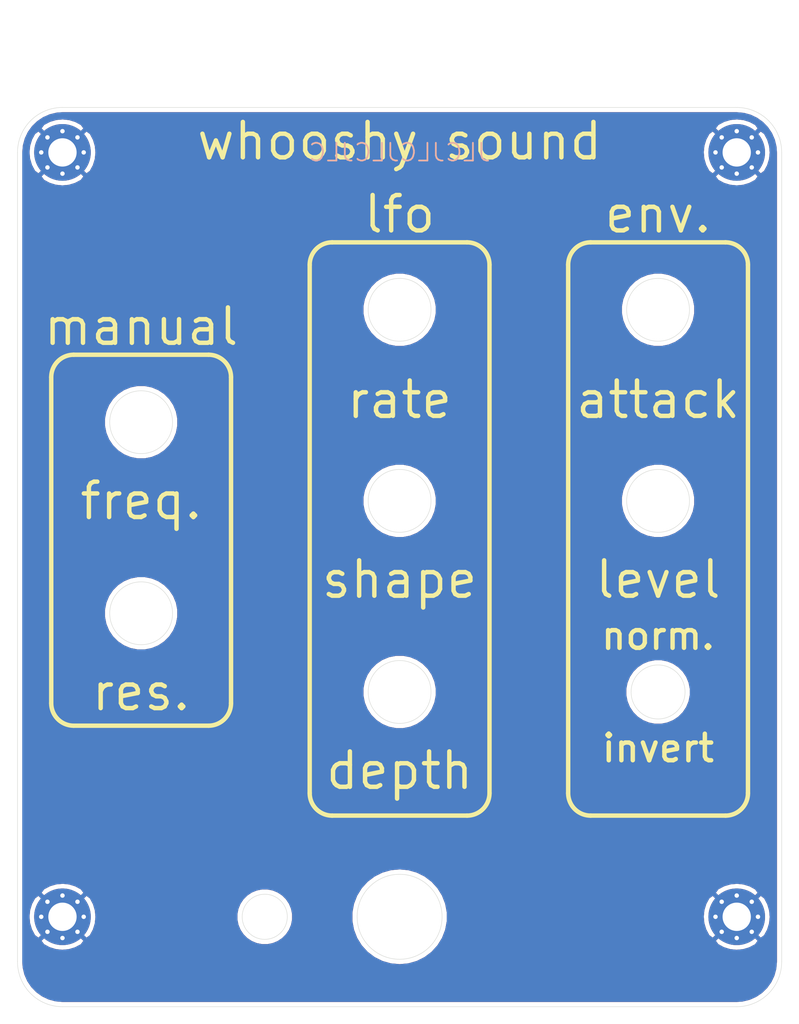
<source format=kicad_pcb>
(kicad_pcb (version 20171130) (host pcbnew 5.1.10-88a1d61d58~88~ubuntu20.04.1)

  (general
    (thickness 1.6)
    (drawings 75)
    (tracks 0)
    (zones 0)
    (modules 4)
    (nets 2)
  )

  (page A4)
  (title_block
    (title "Whooshy Sound front panel")
    (date 2021-06-18)
    (rev 0)
    (comment 1 creativecommons.org/licenses/by/4.0/)
    (comment 2 "License: CC by 4.0")
    (comment 3 "Author: Jordan Aceto")
  )

  (layers
    (0 F.Cu signal hide)
    (31 B.Cu signal hide)
    (32 B.Adhes user)
    (33 F.Adhes user)
    (34 B.Paste user)
    (35 F.Paste user)
    (36 B.SilkS user)
    (37 F.SilkS user)
    (38 B.Mask user)
    (39 F.Mask user)
    (40 Dwgs.User user)
    (41 Cmts.User user)
    (42 Eco1.User user)
    (43 Eco2.User user)
    (44 Edge.Cuts user)
    (45 Margin user)
    (46 B.CrtYd user)
    (47 F.CrtYd user)
    (48 B.Fab user hide)
    (49 F.Fab user hide)
  )

  (setup
    (last_trace_width 0.25)
    (user_trace_width 0.3)
    (user_trace_width 0.4)
    (user_trace_width 0.5)
    (user_trace_width 1)
    (trace_clearance 0.2)
    (zone_clearance 0.508)
    (zone_45_only no)
    (trace_min 0.2)
    (via_size 0.8)
    (via_drill 0.4)
    (via_min_size 0.4)
    (via_min_drill 0.3)
    (user_via 1 0.8)
    (uvia_size 0.3)
    (uvia_drill 0.1)
    (uvias_allowed no)
    (uvia_min_size 0.2)
    (uvia_min_drill 0.1)
    (edge_width 0.05)
    (segment_width 0.2)
    (pcb_text_width 0.3)
    (pcb_text_size 1.5 1.5)
    (mod_edge_width 0.12)
    (mod_text_size 1 1)
    (mod_text_width 0.15)
    (pad_size 0.8 0.8)
    (pad_drill 0.5)
    (pad_to_mask_clearance 0.05)
    (aux_axis_origin 0 0)
    (visible_elements FFFFFF7F)
    (pcbplotparams
      (layerselection 0x010f0_ffffffff)
      (usegerberextensions false)
      (usegerberattributes true)
      (usegerberadvancedattributes true)
      (creategerberjobfile false)
      (excludeedgelayer true)
      (linewidth 0.100000)
      (plotframeref false)
      (viasonmask false)
      (mode 1)
      (useauxorigin false)
      (hpglpennumber 1)
      (hpglpenspeed 20)
      (hpglpendiameter 15.000000)
      (psnegative false)
      (psa4output false)
      (plotreference true)
      (plotvalue true)
      (plotinvisibletext false)
      (padsonsilk false)
      (subtractmaskfromsilk false)
      (outputformat 1)
      (mirror false)
      (drillshape 0)
      (scaleselection 1)
      (outputdirectory "../construction_docs/gerbers/"))
  )

  (net 0 "")
  (net 1 GND)

  (net_class Default "This is the default net class."
    (clearance 0.2)
    (trace_width 0.25)
    (via_dia 0.8)
    (via_drill 0.4)
    (uvia_dia 0.3)
    (uvia_drill 0.1)
    (add_net GND)
  )

  (module MountingHole:MountingHole_3.2mm_M3_Pad_Via (layer F.Cu) (tedit 60CD08A5) (tstamp 60CD08B5)
    (at 154.94 40.64)
    (descr "Mounting Hole 3.2mm, M3")
    (tags "mounting hole 3.2mm m3")
    (path /5F201A9A)
    (attr virtual)
    (fp_text reference H1 (at 0 -4.2) (layer F.SilkS) hide
      (effects (font (size 1 1) (thickness 0.15)))
    )
    (fp_text value MountingHole_Pad (at 0 4.2) (layer F.Fab)
      (effects (font (size 1 1) (thickness 0.15)))
    )
    (fp_circle (center 0 0) (end 3.45 0) (layer F.CrtYd) (width 0.05))
    (fp_circle (center 0 0) (end 3.2 0) (layer Cmts.User) (width 0.15))
    (fp_text user %R (at 0.3 0) (layer F.Fab)
      (effects (font (size 1 1) (thickness 0.15)))
    )
    (pad 1 thru_hole circle (at 0 0) (size 6.4 6.4) (drill 3.2) (layers *.Cu *.Mask)
      (net 1 GND))
    (pad 1 thru_hole circle (at 2.4 0) (size 0.8 0.8) (drill 0.5) (layers *.Cu *.Mask)
      (net 1 GND))
    (pad 1 thru_hole circle (at 1.697056 1.697056) (size 0.8 0.8) (drill 0.5) (layers *.Cu *.Mask)
      (net 1 GND))
    (pad 1 thru_hole circle (at 0 2.4) (size 0.8 0.8) (drill 0.5) (layers *.Cu *.Mask)
      (net 1 GND))
    (pad 1 thru_hole circle (at -1.697056 1.697056) (size 0.8 0.8) (drill 0.5) (layers *.Cu *.Mask)
      (net 1 GND))
    (pad 1 thru_hole circle (at -2.4 0) (size 0.8 0.8) (drill 0.5) (layers *.Cu *.Mask)
      (net 1 GND))
    (pad 1 thru_hole circle (at -1.697056 -1.697056) (size 0.8 0.8) (drill 0.5) (layers *.Cu *.Mask)
      (net 1 GND))
    (pad 1 thru_hole circle (at 0 -2.4) (size 0.8 0.8) (drill 0.5) (layers *.Cu *.Mask)
      (net 1 GND))
    (pad 1 thru_hole circle (at 1.697056 -1.697056) (size 0.8 0.8) (drill 0.5) (layers *.Cu *.Mask)
      (net 1 GND))
  )

  (module MountingHole:MountingHole_3.2mm_M3_Pad_Via (layer F.Cu) (tedit 60CD0871) (tstamp 60CD08B5)
    (at 78.74 40.64)
    (descr "Mounting Hole 3.2mm, M3")
    (tags "mounting hole 3.2mm m3")
    (path /5F201A9A)
    (attr virtual)
    (fp_text reference H1 (at 0 -4.2) (layer F.SilkS) hide
      (effects (font (size 1 1) (thickness 0.15)))
    )
    (fp_text value MountingHole_Pad (at 0 4.2) (layer F.Fab)
      (effects (font (size 1 1) (thickness 0.15)))
    )
    (fp_circle (center 0 0) (end 3.45 0) (layer F.CrtYd) (width 0.05))
    (fp_circle (center 0 0) (end 3.2 0) (layer Cmts.User) (width 0.15))
    (fp_text user %R (at 0.3 0) (layer F.Fab)
      (effects (font (size 1 1) (thickness 0.15)))
    )
    (pad 1 thru_hole circle (at 0 0) (size 6.4 6.4) (drill 3.2) (layers *.Cu *.Mask)
      (net 1 GND))
    (pad 1 thru_hole circle (at 2.4 0) (size 0.8 0.8) (drill 0.5) (layers *.Cu *.Mask)
      (net 1 GND))
    (pad 1 thru_hole circle (at 1.697056 1.697056) (size 0.8 0.8) (drill 0.5) (layers *.Cu *.Mask)
      (net 1 GND))
    (pad 1 thru_hole circle (at 0 2.4) (size 0.8 0.8) (drill 0.5) (layers *.Cu *.Mask)
      (net 1 GND))
    (pad 1 thru_hole circle (at -1.697056 1.697056) (size 0.8 0.8) (drill 0.5) (layers *.Cu *.Mask)
      (net 1 GND))
    (pad 1 thru_hole circle (at -2.4 0) (size 0.8 0.8) (drill 0.5) (layers *.Cu *.Mask)
      (net 1 GND))
    (pad 1 thru_hole circle (at -1.697056 -1.697056) (size 0.8 0.8) (drill 0.5) (layers *.Cu *.Mask)
      (net 1 GND))
    (pad 1 thru_hole circle (at 0 -2.4) (size 0.8 0.8) (drill 0.5) (layers *.Cu *.Mask)
      (net 1 GND))
    (pad 1 thru_hole circle (at 1.697056 -1.697056) (size 0.8 0.8) (drill 0.5) (layers *.Cu *.Mask)
      (net 1 GND))
  )

  (module MountingHole:MountingHole_3.2mm_M3_Pad_Via (layer F.Cu) (tedit 56DDBCCA) (tstamp 60CCFD8F)
    (at 154.94 127)
    (descr "Mounting Hole 3.2mm, M3")
    (tags "mounting hole 3.2mm m3")
    (path /5F20120B)
    (attr virtual)
    (fp_text reference H2 (at 0 -4.2) (layer F.SilkS) hide
      (effects (font (size 1 1) (thickness 0.15)))
    )
    (fp_text value MountingHole_Pad (at 0 4.2) (layer F.Fab)
      (effects (font (size 1 1) (thickness 0.15)))
    )
    (fp_circle (center 0 0) (end 3.45 0) (layer F.CrtYd) (width 0.05))
    (fp_circle (center 0 0) (end 3.2 0) (layer Cmts.User) (width 0.15))
    (fp_text user %R (at 0.3 0) (layer F.Fab)
      (effects (font (size 1 1) (thickness 0.15)))
    )
    (pad 1 thru_hole circle (at 1.697056 -1.697056) (size 0.8 0.8) (drill 0.5) (layers *.Cu *.Mask)
      (net 1 GND))
    (pad 1 thru_hole circle (at 0 -2.4) (size 0.8 0.8) (drill 0.5) (layers *.Cu *.Mask)
      (net 1 GND))
    (pad 1 thru_hole circle (at -1.697056 -1.697056) (size 0.8 0.8) (drill 0.5) (layers *.Cu *.Mask)
      (net 1 GND))
    (pad 1 thru_hole circle (at -2.4 0) (size 0.8 0.8) (drill 0.5) (layers *.Cu *.Mask)
      (net 1 GND))
    (pad 1 thru_hole circle (at -1.697056 1.697056) (size 0.8 0.8) (drill 0.5) (layers *.Cu *.Mask)
      (net 1 GND))
    (pad 1 thru_hole circle (at 0 2.4) (size 0.8 0.8) (drill 0.5) (layers *.Cu *.Mask)
      (net 1 GND))
    (pad 1 thru_hole circle (at 1.697056 1.697056) (size 0.8 0.8) (drill 0.5) (layers *.Cu *.Mask)
      (net 1 GND))
    (pad 1 thru_hole circle (at 2.4 0) (size 0.8 0.8) (drill 0.5) (layers *.Cu *.Mask)
      (net 1 GND))
    (pad 1 thru_hole circle (at 0 0) (size 6.4 6.4) (drill 3.2) (layers *.Cu *.Mask)
      (net 1 GND))
  )

  (module MountingHole:MountingHole_3.2mm_M3_Pad_Via (layer F.Cu) (tedit 56DDBCCA) (tstamp 5F201FA8)
    (at 78.74 127)
    (descr "Mounting Hole 3.2mm, M3")
    (tags "mounting hole 3.2mm m3")
    (path /5F201A9A)
    (attr virtual)
    (fp_text reference H1 (at 0 -4.2) (layer F.SilkS) hide
      (effects (font (size 1 1) (thickness 0.15)))
    )
    (fp_text value MountingHole_Pad (at 0 4.2) (layer F.Fab)
      (effects (font (size 1 1) (thickness 0.15)))
    )
    (fp_circle (center 0 0) (end 3.45 0) (layer F.CrtYd) (width 0.05))
    (fp_circle (center 0 0) (end 3.2 0) (layer Cmts.User) (width 0.15))
    (fp_text user %R (at 0.3 0) (layer F.Fab)
      (effects (font (size 1 1) (thickness 0.15)))
    )
    (pad 1 thru_hole circle (at 1.697056 -1.697056) (size 0.8 0.8) (drill 0.5) (layers *.Cu *.Mask)
      (net 1 GND))
    (pad 1 thru_hole circle (at 0 -2.4) (size 0.8 0.8) (drill 0.5) (layers *.Cu *.Mask)
      (net 1 GND))
    (pad 1 thru_hole circle (at -1.697056 -1.697056) (size 0.8 0.8) (drill 0.5) (layers *.Cu *.Mask)
      (net 1 GND))
    (pad 1 thru_hole circle (at -2.4 0) (size 0.8 0.8) (drill 0.5) (layers *.Cu *.Mask)
      (net 1 GND))
    (pad 1 thru_hole circle (at -1.697056 1.697056) (size 0.8 0.8) (drill 0.5) (layers *.Cu *.Mask)
      (net 1 GND))
    (pad 1 thru_hole circle (at 0 2.4) (size 0.8 0.8) (drill 0.5) (layers *.Cu *.Mask)
      (net 1 GND))
    (pad 1 thru_hole circle (at 1.697056 1.697056) (size 0.8 0.8) (drill 0.5) (layers *.Cu *.Mask)
      (net 1 GND))
    (pad 1 thru_hole circle (at 2.4 0) (size 0.8 0.8) (drill 0.5) (layers *.Cu *.Mask)
      (net 1 GND))
    (pad 1 thru_hole circle (at 0 0) (size 6.4 6.4) (drill 3.2) (layers *.Cu *.Mask)
      (net 1 GND))
  )

  (gr_arc (start 159.385 26.035) (end 161.925 26.035) (angle -90) (layer Dwgs.User) (width 0.15) (tstamp 60CD313B))
  (gr_arc (start 159.385 136.525) (end 159.385 139.065) (angle -90) (layer Dwgs.User) (width 0.15) (tstamp 60CD313B))
  (gr_arc (start 74.295 136.525) (end 71.755 136.525) (angle -90) (layer Dwgs.User) (width 0.15) (tstamp 60CD313B))
  (gr_arc (start 74.295 26.035) (end 74.295 23.495) (angle -90) (layer Dwgs.User) (width 0.15))
  (gr_line (start 74.295 139.065) (end 159.385 139.065) (layer Dwgs.User) (width 0.15) (tstamp 60CD3114))
  (gr_line (start 71.755 26.035) (end 71.755 136.525) (layer Dwgs.User) (width 0.15))
  (gr_line (start 161.925 26.035) (end 161.925 136.525) (layer Dwgs.User) (width 0.15))
  (gr_line (start 74.295 23.495) (end 159.385 23.495) (layer Dwgs.User) (width 0.15))
  (gr_circle (center 116.84 127) (end 126.84 127) (layer Dwgs.User) (width 0.15))
  (gr_circle (center 101.6 127) (end 104.15 127) (layer Edge.Cuts) (width 0.05))
  (gr_circle (center 116.84 127) (end 121.64 127) (layer Edge.Cuts) (width 0.05))
  (gr_text norm. (at 146.05 95.25) (layer F.SilkS) (tstamp 60CD06C2)
    (effects (font (size 3 3) (thickness 0.5)))
  )
  (gr_text manual (at 87.63 60.325) (layer F.SilkS) (tstamp 60CD0502)
    (effects (font (size 4 4) (thickness 0.5)))
  )
  (gr_text invert (at 146.05 107.95) (layer F.SilkS) (tstamp 60CD03A9)
    (effects (font (size 3 3) (thickness 0.5)))
  )
  (gr_text env. (at 146.05 47.625) (layer F.SilkS) (tstamp 60CD023A)
    (effects (font (size 4 4) (thickness 0.5)))
  )
  (gr_text lfo (at 116.84 47.625) (layer F.SilkS) (tstamp 60CD023A)
    (effects (font (size 4 4) (thickness 0.5)))
  )
  (gr_arc (start 109.22 113.03) (end 106.68 113.03) (angle -90) (layer F.SilkS) (width 0.5) (tstamp 60CD00D6))
  (gr_line (start 106.68 113.03) (end 106.68 53.34) (layer F.SilkS) (width 0.5) (tstamp 60CD00D5))
  (gr_arc (start 124.46 53.34) (end 127 53.34) (angle -90) (layer F.SilkS) (width 0.5) (tstamp 60CD00D4))
  (gr_arc (start 109.22 53.34) (end 109.22 50.8) (angle -90) (layer F.SilkS) (width 0.5) (tstamp 60CD00D3))
  (gr_line (start 109.22 50.8) (end 124.46 50.8) (layer F.SilkS) (width 0.5) (tstamp 60CD00D2))
  (gr_line (start 109.22 115.57) (end 109.22 115.57) (layer F.SilkS) (width 0.12) (tstamp 60CD00D1))
  (gr_line (start 127 53.34) (end 127 113.03) (layer F.SilkS) (width 0.5) (tstamp 60CD00D0))
  (gr_arc (start 124.46 113.03) (end 124.46 115.57) (angle -90) (layer F.SilkS) (width 0.5) (tstamp 60CD00CF))
  (gr_line (start 124.46 115.57) (end 109.22 115.57) (layer F.SilkS) (width 0.5) (tstamp 60CD00CE))
  (gr_arc (start 138.43 113.03) (end 135.89 113.03) (angle -90) (layer F.SilkS) (width 0.5) (tstamp 60CD00D6))
  (gr_line (start 135.89 113.03) (end 135.89 53.34) (layer F.SilkS) (width 0.5) (tstamp 60CD00D5))
  (gr_arc (start 153.67 53.34) (end 156.21 53.34) (angle -90) (layer F.SilkS) (width 0.5) (tstamp 60CD00D4))
  (gr_arc (start 138.43 53.34) (end 138.43 50.8) (angle -90) (layer F.SilkS) (width 0.5) (tstamp 60CD00D3))
  (gr_line (start 138.43 50.8) (end 153.67 50.8) (layer F.SilkS) (width 0.5) (tstamp 60CD00D2))
  (gr_line (start 138.43 115.57) (end 138.43 115.57) (layer F.SilkS) (width 0.12) (tstamp 60CD00D1))
  (gr_line (start 156.21 53.34) (end 156.21 113.03) (layer F.SilkS) (width 0.5) (tstamp 60CD00D0))
  (gr_arc (start 153.67 113.03) (end 153.67 115.57) (angle -90) (layer F.SilkS) (width 0.5) (tstamp 60CD00CF))
  (gr_line (start 153.67 115.57) (end 138.43 115.57) (layer F.SilkS) (width 0.5) (tstamp 60CD00CE))
  (gr_arc (start 80.01 102.87) (end 77.47 102.87) (angle -90) (layer F.SilkS) (width 0.5) (tstamp 60CD00D6))
  (gr_line (start 77.47 102.87) (end 77.47 66.04) (layer F.SilkS) (width 0.5) (tstamp 60CD00D5))
  (gr_arc (start 95.25 66.04) (end 97.79 66.04) (angle -90) (layer F.SilkS) (width 0.5) (tstamp 60CD00D4))
  (gr_arc (start 80.01 66.04) (end 80.01 63.5) (angle -90) (layer F.SilkS) (width 0.5) (tstamp 60CD00D3))
  (gr_line (start 80.01 63.5) (end 95.25 63.5) (layer F.SilkS) (width 0.5) (tstamp 60CD00D2))
  (gr_line (start 97.79 66.04) (end 97.79 102.87) (layer F.SilkS) (width 0.5) (tstamp 60CD00D0))
  (gr_arc (start 95.25 102.87) (end 95.25 105.41) (angle -90) (layer F.SilkS) (width 0.5) (tstamp 60CD00CF))
  (gr_line (start 95.25 105.41) (end 80.01 105.41) (layer F.SilkS) (width 0.5) (tstamp 60CD00CE))
  (gr_text depth (at 116.84 110.49) (layer F.SilkS) (tstamp 60CCFEC0)
    (effects (font (size 4 4) (thickness 0.5)))
  )
  (gr_text shape (at 116.84 88.9) (layer F.SilkS) (tstamp 60CCFEC0)
    (effects (font (size 4 4) (thickness 0.5)))
  )
  (gr_text level (at 146.05 88.9) (layer F.SilkS) (tstamp 60CCFEC0)
    (effects (font (size 4 4) (thickness 0.5)))
  )
  (gr_text res. (at 87.63 101.6) (layer F.SilkS) (tstamp 60CCFE8B)
    (effects (font (size 4 4) (thickness 0.5)))
  )
  (gr_circle (center 116.84 101.6) (end 123.34 101.6) (layer Dwgs.User) (width 0.15) (tstamp 60CCFA57))
  (gr_circle (center 116.84 101.6) (end 120.39 101.6) (layer Edge.Cuts) (width 0.05) (tstamp 60CCFA56))
  (gr_circle (center 87.63 92.71) (end 94.13 92.71) (layer Dwgs.User) (width 0.15) (tstamp 60CCFA57))
  (gr_circle (center 87.63 92.71) (end 91.18 92.71) (layer Edge.Cuts) (width 0.05) (tstamp 60CCFA56))
  (gr_circle (center 146.05 101.6) (end 150.05 101.6) (layer Dwgs.User) (width 0.15) (tstamp 60CCFA57))
  (gr_circle (center 146.05 101.6) (end 149.1 101.6) (layer Edge.Cuts) (width 0.05) (tstamp 60CCFA56))
  (gr_circle (center 146.05 80.01) (end 152.55 80.01) (layer Dwgs.User) (width 0.15) (tstamp 60CCFA57))
  (gr_circle (center 146.05 80.01) (end 149.6 80.01) (layer Edge.Cuts) (width 0.05) (tstamp 60CCFA56))
  (gr_circle (center 116.84 80.01) (end 123.34 80.01) (layer Dwgs.User) (width 0.15) (tstamp 60CCFA57))
  (gr_circle (center 116.84 80.01) (end 120.39 80.01) (layer Edge.Cuts) (width 0.05) (tstamp 60CCFA56))
  (gr_text JLCJLCJLCJLC (at 116.84 40.64) (layer B.SilkS)
    (effects (font (size 2 2) (thickness 0.2)) (justify mirror))
  )
  (gr_text "whooshy sound" (at 116.84 39.37) (layer F.SilkS) (tstamp 5F20221D)
    (effects (font (size 4 4) (thickness 0.5)))
  )
  (gr_text attack (at 146.05 68.58) (layer F.SilkS)
    (effects (font (size 4 4) (thickness 0.5)))
  )
  (gr_text rate (at 116.84 68.58) (layer F.SilkS) (tstamp 60CD31DB)
    (effects (font (size 4 4) (thickness 0.5)))
  )
  (gr_text freq. (at 87.63 80.01) (layer F.SilkS)
    (effects (font (size 4 4) (thickness 0.5)))
  )
  (gr_circle (center 87.63 71.12) (end 94.13 71.12) (layer Dwgs.User) (width 0.15) (tstamp 5F20212B))
  (gr_circle (center 116.84 58.42) (end 123.34 58.42) (layer Dwgs.User) (width 0.15) (tstamp 5F20212B))
  (gr_circle (center 146.05 58.42) (end 152.55 58.42) (layer Dwgs.User) (width 0.15))
  (gr_circle (center 87.63 71.12) (end 91.18 71.12) (layer Edge.Cuts) (width 0.05) (tstamp 5F20209A))
  (gr_circle (center 116.84 58.42) (end 120.39 58.42) (layer Edge.Cuts) (width 0.05) (tstamp 5F20209A))
  (gr_circle (center 146.05 58.42) (end 149.6 58.42) (layer Edge.Cuts) (width 0.05))
  (gr_arc (start 154.94 40.64) (end 160.02 40.64) (angle -90) (layer Edge.Cuts) (width 0.05))
  (gr_arc (start 154.94 132.08) (end 154.94 137.16) (angle -90) (layer Edge.Cuts) (width 0.05))
  (gr_arc (start 78.74 132.08) (end 73.66 132.08) (angle -90) (layer Edge.Cuts) (width 0.05))
  (gr_arc (start 78.74 40.64) (end 78.74 35.56) (angle -90) (layer Edge.Cuts) (width 0.05))
  (gr_line (start 154.94 35.56) (end 78.74 35.56) (layer Edge.Cuts) (width 0.05) (tstamp 5F202127))
  (gr_line (start 160.02 132.08) (end 160.02 40.64) (layer Edge.Cuts) (width 0.05))
  (gr_line (start 78.74 137.16) (end 154.94 137.16) (layer Edge.Cuts) (width 0.05))
  (gr_line (start 73.66 40.64) (end 73.66 132.08) (layer Edge.Cuts) (width 0.05))

  (zone (net 1) (net_name GND) (layer F.Cu) (tstamp 5F21EF36) (hatch edge 0.508)
    (connect_pads (clearance 0.508))
    (min_thickness 0.254)
    (fill yes (arc_segments 32) (thermal_gap 0.508) (thermal_bridge_width 0.508))
    (polygon
      (pts
        (xy 162.56 139.7) (xy 71.12 139.7) (xy 71.12 33.02) (xy 162.56 33.02)
      )
    )
    (filled_polygon
      (pts
        (xy 155.722249 36.292437) (xy 156.479774 36.499672) (xy 157.188625 36.837777) (xy 157.826404 37.296067) (xy 158.372946 37.860055)
        (xy 158.810977 38.511913) (xy 159.126651 39.231038) (xy 159.311206 39.999768) (xy 159.360001 40.664221) (xy 159.36 132.050608)
        (xy 159.287563 132.862249) (xy 159.080328 133.619774) (xy 158.742221 134.328627) (xy 158.283928 134.96641) (xy 157.719945 135.512946)
        (xy 157.068085 135.950978) (xy 156.348963 136.266651) (xy 155.580232 136.451206) (xy 154.915792 136.5) (xy 78.769392 136.5)
        (xy 77.957751 136.427563) (xy 77.200226 136.220328) (xy 76.491373 135.882221) (xy 75.85359 135.423928) (xy 75.307054 134.859945)
        (xy 74.869022 134.208085) (xy 74.553349 133.488963) (xy 74.368794 132.720232) (xy 74.32 132.055792) (xy 74.32 129.700881)
        (xy 76.218724 129.700881) (xy 76.578912 130.190548) (xy 77.242882 130.550849) (xy 77.964385 130.774694) (xy 78.715695 130.85348)
        (xy 79.467938 130.784178) (xy 80.192208 130.569452) (xy 80.86067 130.217555) (xy 80.901088 130.190548) (xy 81.261276 129.700881)
        (xy 78.74 127.179605) (xy 76.218724 129.700881) (xy 74.32 129.700881) (xy 74.32 126.975695) (xy 74.88652 126.975695)
        (xy 74.955822 127.727938) (xy 75.170548 128.452208) (xy 75.522445 129.12067) (xy 75.549452 129.161088) (xy 76.039119 129.521276)
        (xy 78.560395 127) (xy 78.919605 127) (xy 81.440881 129.521276) (xy 81.930548 129.161088) (xy 82.290849 128.497118)
        (xy 82.514694 127.775615) (xy 82.59348 127.024305) (xy 82.562074 126.683405) (xy 98.385553 126.683405) (xy 98.385553 127.316595)
        (xy 98.509083 127.93762) (xy 98.751394 128.522611) (xy 99.103176 129.04909) (xy 99.55091 129.496824) (xy 100.077389 129.848606)
        (xy 100.66238 130.090917) (xy 101.283405 130.214447) (xy 101.916595 130.214447) (xy 102.53762 130.090917) (xy 103.122611 129.848606)
        (xy 103.64909 129.496824) (xy 104.096824 129.04909) (xy 104.448606 128.522611) (xy 104.690917 127.93762) (xy 104.814447 127.316595)
        (xy 104.814447 126.683405) (xy 104.776846 126.494369) (xy 111.383377 126.494369) (xy 111.383377 127.505631) (xy 111.569195 128.499673)
        (xy 111.934505 129.442646) (xy 112.466866 130.302438) (xy 113.148148 131.049769) (xy 113.955152 131.65919) (xy 114.860396 132.109948)
        (xy 115.833053 132.386693) (xy 116.84 132.48) (xy 117.846947 132.386693) (xy 118.819604 132.109948) (xy 119.724848 131.65919)
        (xy 120.531852 131.049769) (xy 121.213134 130.302438) (xy 121.585602 129.700881) (xy 152.418724 129.700881) (xy 152.778912 130.190548)
        (xy 153.442882 130.550849) (xy 154.164385 130.774694) (xy 154.915695 130.85348) (xy 155.667938 130.784178) (xy 156.392208 130.569452)
        (xy 157.06067 130.217555) (xy 157.101088 130.190548) (xy 157.461276 129.700881) (xy 154.94 127.179605) (xy 152.418724 129.700881)
        (xy 121.585602 129.700881) (xy 121.745495 129.442646) (xy 122.110805 128.499673) (xy 122.296623 127.505631) (xy 122.296623 126.975695)
        (xy 151.08652 126.975695) (xy 151.155822 127.727938) (xy 151.370548 128.452208) (xy 151.722445 129.12067) (xy 151.749452 129.161088)
        (xy 152.239119 129.521276) (xy 154.760395 127) (xy 155.119605 127) (xy 157.640881 129.521276) (xy 158.130548 129.161088)
        (xy 158.490849 128.497118) (xy 158.714694 127.775615) (xy 158.79348 127.024305) (xy 158.724178 126.272062) (xy 158.509452 125.547792)
        (xy 158.157555 124.87933) (xy 158.130548 124.838912) (xy 157.640881 124.478724) (xy 155.119605 127) (xy 154.760395 127)
        (xy 152.239119 124.478724) (xy 151.749452 124.838912) (xy 151.389151 125.502882) (xy 151.165306 126.224385) (xy 151.08652 126.975695)
        (xy 122.296623 126.975695) (xy 122.296623 126.494369) (xy 122.110805 125.500327) (xy 121.745495 124.557354) (xy 121.585603 124.299119)
        (xy 152.418724 124.299119) (xy 154.94 126.820395) (xy 157.461276 124.299119) (xy 157.101088 123.809452) (xy 156.437118 123.449151)
        (xy 155.715615 123.225306) (xy 154.964305 123.14652) (xy 154.212062 123.215822) (xy 153.487792 123.430548) (xy 152.81933 123.782445)
        (xy 152.778912 123.809452) (xy 152.418724 124.299119) (xy 121.585603 124.299119) (xy 121.213134 123.697562) (xy 120.531852 122.950231)
        (xy 119.724848 122.34081) (xy 118.819604 121.890052) (xy 117.846947 121.613307) (xy 116.84 121.52) (xy 115.833053 121.613307)
        (xy 114.860396 121.890052) (xy 113.955152 122.34081) (xy 113.148148 122.950231) (xy 112.466866 123.697562) (xy 111.934505 124.557354)
        (xy 111.569195 125.500327) (xy 111.383377 126.494369) (xy 104.776846 126.494369) (xy 104.690917 126.06238) (xy 104.448606 125.477389)
        (xy 104.096824 124.95091) (xy 103.64909 124.503176) (xy 103.122611 124.151394) (xy 102.53762 123.909083) (xy 101.916595 123.785553)
        (xy 101.283405 123.785553) (xy 100.66238 123.909083) (xy 100.077389 124.151394) (xy 99.55091 124.503176) (xy 99.103176 124.95091)
        (xy 98.751394 125.477389) (xy 98.509083 126.06238) (xy 98.385553 126.683405) (xy 82.562074 126.683405) (xy 82.524178 126.272062)
        (xy 82.309452 125.547792) (xy 81.957555 124.87933) (xy 81.930548 124.838912) (xy 81.440881 124.478724) (xy 78.919605 127)
        (xy 78.560395 127) (xy 76.039119 124.478724) (xy 75.549452 124.838912) (xy 75.189151 125.502882) (xy 74.965306 126.224385)
        (xy 74.88652 126.975695) (xy 74.32 126.975695) (xy 74.32 124.299119) (xy 76.218724 124.299119) (xy 78.74 126.820395)
        (xy 81.261276 124.299119) (xy 80.901088 123.809452) (xy 80.237118 123.449151) (xy 79.515615 123.225306) (xy 78.764305 123.14652)
        (xy 78.012062 123.215822) (xy 77.287792 123.430548) (xy 76.61933 123.782445) (xy 76.578912 123.809452) (xy 76.218724 124.299119)
        (xy 74.32 124.299119) (xy 74.32 101.185387) (xy 112.630369 101.185387) (xy 112.630369 102.014613) (xy 112.792142 102.827904)
        (xy 113.109473 103.594008) (xy 113.570166 104.283484) (xy 114.156516 104.869834) (xy 114.845992 105.330527) (xy 115.612096 105.647858)
        (xy 116.425387 105.809631) (xy 117.254613 105.809631) (xy 118.067904 105.647858) (xy 118.834008 105.330527) (xy 119.523484 104.869834)
        (xy 120.109834 104.283484) (xy 120.570527 103.594008) (xy 120.887858 102.827904) (xy 121.049631 102.014613) (xy 121.049631 101.234396)
        (xy 142.337961 101.234396) (xy 142.337961 101.965604) (xy 142.480613 102.682762) (xy 142.760434 103.35831) (xy 143.166671 103.966287)
        (xy 143.683713 104.483329) (xy 144.29169 104.889566) (xy 144.967238 105.169387) (xy 145.684396 105.312039) (xy 146.415604 105.312039)
        (xy 147.132762 105.169387) (xy 147.80831 104.889566) (xy 148.416287 104.483329) (xy 148.933329 103.966287) (xy 149.339566 103.35831)
        (xy 149.619387 102.682762) (xy 149.762039 101.965604) (xy 149.762039 101.234396) (xy 149.619387 100.517238) (xy 149.339566 99.84169)
        (xy 148.933329 99.233713) (xy 148.416287 98.716671) (xy 147.80831 98.310434) (xy 147.132762 98.030613) (xy 146.415604 97.887961)
        (xy 145.684396 97.887961) (xy 144.967238 98.030613) (xy 144.29169 98.310434) (xy 143.683713 98.716671) (xy 143.166671 99.233713)
        (xy 142.760434 99.84169) (xy 142.480613 100.517238) (xy 142.337961 101.234396) (xy 121.049631 101.234396) (xy 121.049631 101.185387)
        (xy 120.887858 100.372096) (xy 120.570527 99.605992) (xy 120.109834 98.916516) (xy 119.523484 98.330166) (xy 118.834008 97.869473)
        (xy 118.067904 97.552142) (xy 117.254613 97.390369) (xy 116.425387 97.390369) (xy 115.612096 97.552142) (xy 114.845992 97.869473)
        (xy 114.156516 98.330166) (xy 113.570166 98.916516) (xy 113.109473 99.605992) (xy 112.792142 100.372096) (xy 112.630369 101.185387)
        (xy 74.32 101.185387) (xy 74.32 92.295387) (xy 83.420369 92.295387) (xy 83.420369 93.124613) (xy 83.582142 93.937904)
        (xy 83.899473 94.704008) (xy 84.360166 95.393484) (xy 84.946516 95.979834) (xy 85.635992 96.440527) (xy 86.402096 96.757858)
        (xy 87.215387 96.919631) (xy 88.044613 96.919631) (xy 88.857904 96.757858) (xy 89.624008 96.440527) (xy 90.313484 95.979834)
        (xy 90.899834 95.393484) (xy 91.360527 94.704008) (xy 91.677858 93.937904) (xy 91.839631 93.124613) (xy 91.839631 92.295387)
        (xy 91.677858 91.482096) (xy 91.360527 90.715992) (xy 90.899834 90.026516) (xy 90.313484 89.440166) (xy 89.624008 88.979473)
        (xy 88.857904 88.662142) (xy 88.044613 88.500369) (xy 87.215387 88.500369) (xy 86.402096 88.662142) (xy 85.635992 88.979473)
        (xy 84.946516 89.440166) (xy 84.360166 90.026516) (xy 83.899473 90.715992) (xy 83.582142 91.482096) (xy 83.420369 92.295387)
        (xy 74.32 92.295387) (xy 74.32 79.595387) (xy 112.630369 79.595387) (xy 112.630369 80.424613) (xy 112.792142 81.237904)
        (xy 113.109473 82.004008) (xy 113.570166 82.693484) (xy 114.156516 83.279834) (xy 114.845992 83.740527) (xy 115.612096 84.057858)
        (xy 116.425387 84.219631) (xy 117.254613 84.219631) (xy 118.067904 84.057858) (xy 118.834008 83.740527) (xy 119.523484 83.279834)
        (xy 120.109834 82.693484) (xy 120.570527 82.004008) (xy 120.887858 81.237904) (xy 121.049631 80.424613) (xy 121.049631 79.595387)
        (xy 141.840369 79.595387) (xy 141.840369 80.424613) (xy 142.002142 81.237904) (xy 142.319473 82.004008) (xy 142.780166 82.693484)
        (xy 143.366516 83.279834) (xy 144.055992 83.740527) (xy 144.822096 84.057858) (xy 145.635387 84.219631) (xy 146.464613 84.219631)
        (xy 147.277904 84.057858) (xy 148.044008 83.740527) (xy 148.733484 83.279834) (xy 149.319834 82.693484) (xy 149.780527 82.004008)
        (xy 150.097858 81.237904) (xy 150.259631 80.424613) (xy 150.259631 79.595387) (xy 150.097858 78.782096) (xy 149.780527 78.015992)
        (xy 149.319834 77.326516) (xy 148.733484 76.740166) (xy 148.044008 76.279473) (xy 147.277904 75.962142) (xy 146.464613 75.800369)
        (xy 145.635387 75.800369) (xy 144.822096 75.962142) (xy 144.055992 76.279473) (xy 143.366516 76.740166) (xy 142.780166 77.326516)
        (xy 142.319473 78.015992) (xy 142.002142 78.782096) (xy 141.840369 79.595387) (xy 121.049631 79.595387) (xy 120.887858 78.782096)
        (xy 120.570527 78.015992) (xy 120.109834 77.326516) (xy 119.523484 76.740166) (xy 118.834008 76.279473) (xy 118.067904 75.962142)
        (xy 117.254613 75.800369) (xy 116.425387 75.800369) (xy 115.612096 75.962142) (xy 114.845992 76.279473) (xy 114.156516 76.740166)
        (xy 113.570166 77.326516) (xy 113.109473 78.015992) (xy 112.792142 78.782096) (xy 112.630369 79.595387) (xy 74.32 79.595387)
        (xy 74.32 70.705387) (xy 83.420369 70.705387) (xy 83.420369 71.534613) (xy 83.582142 72.347904) (xy 83.899473 73.114008)
        (xy 84.360166 73.803484) (xy 84.946516 74.389834) (xy 85.635992 74.850527) (xy 86.402096 75.167858) (xy 87.215387 75.329631)
        (xy 88.044613 75.329631) (xy 88.857904 75.167858) (xy 89.624008 74.850527) (xy 90.313484 74.389834) (xy 90.899834 73.803484)
        (xy 91.360527 73.114008) (xy 91.677858 72.347904) (xy 91.839631 71.534613) (xy 91.839631 70.705387) (xy 91.677858 69.892096)
        (xy 91.360527 69.125992) (xy 90.899834 68.436516) (xy 90.313484 67.850166) (xy 89.624008 67.389473) (xy 88.857904 67.072142)
        (xy 88.044613 66.910369) (xy 87.215387 66.910369) (xy 86.402096 67.072142) (xy 85.635992 67.389473) (xy 84.946516 67.850166)
        (xy 84.360166 68.436516) (xy 83.899473 69.125992) (xy 83.582142 69.892096) (xy 83.420369 70.705387) (xy 74.32 70.705387)
        (xy 74.32 58.005387) (xy 112.630369 58.005387) (xy 112.630369 58.834613) (xy 112.792142 59.647904) (xy 113.109473 60.414008)
        (xy 113.570166 61.103484) (xy 114.156516 61.689834) (xy 114.845992 62.150527) (xy 115.612096 62.467858) (xy 116.425387 62.629631)
        (xy 117.254613 62.629631) (xy 118.067904 62.467858) (xy 118.834008 62.150527) (xy 119.523484 61.689834) (xy 120.109834 61.103484)
        (xy 120.570527 60.414008) (xy 120.887858 59.647904) (xy 121.049631 58.834613) (xy 121.049631 58.005387) (xy 141.840369 58.005387)
        (xy 141.840369 58.834613) (xy 142.002142 59.647904) (xy 142.319473 60.414008) (xy 142.780166 61.103484) (xy 143.366516 61.689834)
        (xy 144.055992 62.150527) (xy 144.822096 62.467858) (xy 145.635387 62.629631) (xy 146.464613 62.629631) (xy 147.277904 62.467858)
        (xy 148.044008 62.150527) (xy 148.733484 61.689834) (xy 149.319834 61.103484) (xy 149.780527 60.414008) (xy 150.097858 59.647904)
        (xy 150.259631 58.834613) (xy 150.259631 58.005387) (xy 150.097858 57.192096) (xy 149.780527 56.425992) (xy 149.319834 55.736516)
        (xy 148.733484 55.150166) (xy 148.044008 54.689473) (xy 147.277904 54.372142) (xy 146.464613 54.210369) (xy 145.635387 54.210369)
        (xy 144.822096 54.372142) (xy 144.055992 54.689473) (xy 143.366516 55.150166) (xy 142.780166 55.736516) (xy 142.319473 56.425992)
        (xy 142.002142 57.192096) (xy 141.840369 58.005387) (xy 121.049631 58.005387) (xy 120.887858 57.192096) (xy 120.570527 56.425992)
        (xy 120.109834 55.736516) (xy 119.523484 55.150166) (xy 118.834008 54.689473) (xy 118.067904 54.372142) (xy 117.254613 54.210369)
        (xy 116.425387 54.210369) (xy 115.612096 54.372142) (xy 114.845992 54.689473) (xy 114.156516 55.150166) (xy 113.570166 55.736516)
        (xy 113.109473 56.425992) (xy 112.792142 57.192096) (xy 112.630369 58.005387) (xy 74.32 58.005387) (xy 74.32 43.340881)
        (xy 76.218724 43.340881) (xy 76.578912 43.830548) (xy 77.242882 44.190849) (xy 77.964385 44.414694) (xy 78.715695 44.49348)
        (xy 79.467938 44.424178) (xy 80.192208 44.209452) (xy 80.86067 43.857555) (xy 80.901088 43.830548) (xy 81.261276 43.340881)
        (xy 152.418724 43.340881) (xy 152.778912 43.830548) (xy 153.442882 44.190849) (xy 154.164385 44.414694) (xy 154.915695 44.49348)
        (xy 155.667938 44.424178) (xy 156.392208 44.209452) (xy 157.06067 43.857555) (xy 157.101088 43.830548) (xy 157.461276 43.340881)
        (xy 154.94 40.819605) (xy 152.418724 43.340881) (xy 81.261276 43.340881) (xy 78.74 40.819605) (xy 76.218724 43.340881)
        (xy 74.32 43.340881) (xy 74.32 40.669392) (xy 74.324792 40.615695) (xy 74.88652 40.615695) (xy 74.955822 41.367938)
        (xy 75.170548 42.092208) (xy 75.522445 42.76067) (xy 75.549452 42.801088) (xy 76.039119 43.161276) (xy 78.560395 40.64)
        (xy 78.919605 40.64) (xy 81.440881 43.161276) (xy 81.930548 42.801088) (xy 82.290849 42.137118) (xy 82.514694 41.415615)
        (xy 82.59348 40.664305) (xy 82.589002 40.615695) (xy 151.08652 40.615695) (xy 151.155822 41.367938) (xy 151.370548 42.092208)
        (xy 151.722445 42.76067) (xy 151.749452 42.801088) (xy 152.239119 43.161276) (xy 154.760395 40.64) (xy 155.119605 40.64)
        (xy 157.640881 43.161276) (xy 158.130548 42.801088) (xy 158.490849 42.137118) (xy 158.714694 41.415615) (xy 158.79348 40.664305)
        (xy 158.724178 39.912062) (xy 158.509452 39.187792) (xy 158.157555 38.51933) (xy 158.130548 38.478912) (xy 157.640881 38.118724)
        (xy 155.119605 40.64) (xy 154.760395 40.64) (xy 152.239119 38.118724) (xy 151.749452 38.478912) (xy 151.389151 39.142882)
        (xy 151.165306 39.864385) (xy 151.08652 40.615695) (xy 82.589002 40.615695) (xy 82.524178 39.912062) (xy 82.309452 39.187792)
        (xy 81.957555 38.51933) (xy 81.930548 38.478912) (xy 81.440881 38.118724) (xy 78.919605 40.64) (xy 78.560395 40.64)
        (xy 76.039119 38.118724) (xy 75.549452 38.478912) (xy 75.189151 39.142882) (xy 74.965306 39.864385) (xy 74.88652 40.615695)
        (xy 74.324792 40.615695) (xy 74.392437 39.857751) (xy 74.599672 39.100226) (xy 74.937777 38.391375) (xy 75.262755 37.939119)
        (xy 76.218724 37.939119) (xy 78.74 40.460395) (xy 81.261276 37.939119) (xy 152.418724 37.939119) (xy 154.94 40.460395)
        (xy 157.461276 37.939119) (xy 157.101088 37.449452) (xy 156.437118 37.089151) (xy 155.715615 36.865306) (xy 154.964305 36.78652)
        (xy 154.212062 36.855822) (xy 153.487792 37.070548) (xy 152.81933 37.422445) (xy 152.778912 37.449452) (xy 152.418724 37.939119)
        (xy 81.261276 37.939119) (xy 80.901088 37.449452) (xy 80.237118 37.089151) (xy 79.515615 36.865306) (xy 78.764305 36.78652)
        (xy 78.012062 36.855822) (xy 77.287792 37.070548) (xy 76.61933 37.422445) (xy 76.578912 37.449452) (xy 76.218724 37.939119)
        (xy 75.262755 37.939119) (xy 75.396067 37.753596) (xy 75.960055 37.207054) (xy 76.611913 36.769023) (xy 77.331038 36.453349)
        (xy 78.099768 36.268794) (xy 78.764207 36.22) (xy 154.910608 36.22)
      )
    )
  )
  (zone (net 1) (net_name GND) (layer B.Cu) (tstamp 60CD0812) (hatch edge 0.508)
    (connect_pads (clearance 0.508))
    (min_thickness 0.254)
    (fill yes (arc_segments 32) (thermal_gap 0.508) (thermal_bridge_width 0.508))
    (polygon
      (pts
        (xy 165.1 142.24) (xy 68.58 142.24) (xy 68.58 30.48) (xy 165.1 30.48)
      )
    )
    (filled_polygon
      (pts
        (xy 155.722249 36.292437) (xy 156.479774 36.499672) (xy 157.188625 36.837777) (xy 157.826404 37.296067) (xy 158.372946 37.860055)
        (xy 158.810977 38.511913) (xy 159.126651 39.231038) (xy 159.311206 39.999768) (xy 159.360001 40.664221) (xy 159.36 132.050608)
        (xy 159.287563 132.862249) (xy 159.080328 133.619774) (xy 158.742221 134.328627) (xy 158.283928 134.96641) (xy 157.719945 135.512946)
        (xy 157.068085 135.950978) (xy 156.348963 136.266651) (xy 155.580232 136.451206) (xy 154.915792 136.5) (xy 78.769392 136.5)
        (xy 77.957751 136.427563) (xy 77.200226 136.220328) (xy 76.491373 135.882221) (xy 75.85359 135.423928) (xy 75.307054 134.859945)
        (xy 74.869022 134.208085) (xy 74.553349 133.488963) (xy 74.368794 132.720232) (xy 74.32 132.055792) (xy 74.32 129.700881)
        (xy 76.218724 129.700881) (xy 76.578912 130.190548) (xy 77.242882 130.550849) (xy 77.964385 130.774694) (xy 78.715695 130.85348)
        (xy 79.467938 130.784178) (xy 80.192208 130.569452) (xy 80.86067 130.217555) (xy 80.901088 130.190548) (xy 81.261276 129.700881)
        (xy 78.74 127.179605) (xy 76.218724 129.700881) (xy 74.32 129.700881) (xy 74.32 126.975695) (xy 74.88652 126.975695)
        (xy 74.955822 127.727938) (xy 75.170548 128.452208) (xy 75.522445 129.12067) (xy 75.549452 129.161088) (xy 76.039119 129.521276)
        (xy 78.560395 127) (xy 78.919605 127) (xy 81.440881 129.521276) (xy 81.930548 129.161088) (xy 82.290849 128.497118)
        (xy 82.514694 127.775615) (xy 82.59348 127.024305) (xy 82.562074 126.683405) (xy 98.385553 126.683405) (xy 98.385553 127.316595)
        (xy 98.509083 127.93762) (xy 98.751394 128.522611) (xy 99.103176 129.04909) (xy 99.55091 129.496824) (xy 100.077389 129.848606)
        (xy 100.66238 130.090917) (xy 101.283405 130.214447) (xy 101.916595 130.214447) (xy 102.53762 130.090917) (xy 103.122611 129.848606)
        (xy 103.64909 129.496824) (xy 104.096824 129.04909) (xy 104.448606 128.522611) (xy 104.690917 127.93762) (xy 104.814447 127.316595)
        (xy 104.814447 126.683405) (xy 104.776846 126.494369) (xy 111.383377 126.494369) (xy 111.383377 127.505631) (xy 111.569195 128.499673)
        (xy 111.934505 129.442646) (xy 112.466866 130.302438) (xy 113.148148 131.049769) (xy 113.955152 131.65919) (xy 114.860396 132.109948)
        (xy 115.833053 132.386693) (xy 116.84 132.48) (xy 117.846947 132.386693) (xy 118.819604 132.109948) (xy 119.724848 131.65919)
        (xy 120.531852 131.049769) (xy 121.213134 130.302438) (xy 121.585602 129.700881) (xy 152.418724 129.700881) (xy 152.778912 130.190548)
        (xy 153.442882 130.550849) (xy 154.164385 130.774694) (xy 154.915695 130.85348) (xy 155.667938 130.784178) (xy 156.392208 130.569452)
        (xy 157.06067 130.217555) (xy 157.101088 130.190548) (xy 157.461276 129.700881) (xy 154.94 127.179605) (xy 152.418724 129.700881)
        (xy 121.585602 129.700881) (xy 121.745495 129.442646) (xy 122.110805 128.499673) (xy 122.296623 127.505631) (xy 122.296623 126.975695)
        (xy 151.08652 126.975695) (xy 151.155822 127.727938) (xy 151.370548 128.452208) (xy 151.722445 129.12067) (xy 151.749452 129.161088)
        (xy 152.239119 129.521276) (xy 154.760395 127) (xy 155.119605 127) (xy 157.640881 129.521276) (xy 158.130548 129.161088)
        (xy 158.490849 128.497118) (xy 158.714694 127.775615) (xy 158.79348 127.024305) (xy 158.724178 126.272062) (xy 158.509452 125.547792)
        (xy 158.157555 124.87933) (xy 158.130548 124.838912) (xy 157.640881 124.478724) (xy 155.119605 127) (xy 154.760395 127)
        (xy 152.239119 124.478724) (xy 151.749452 124.838912) (xy 151.389151 125.502882) (xy 151.165306 126.224385) (xy 151.08652 126.975695)
        (xy 122.296623 126.975695) (xy 122.296623 126.494369) (xy 122.110805 125.500327) (xy 121.745495 124.557354) (xy 121.585603 124.299119)
        (xy 152.418724 124.299119) (xy 154.94 126.820395) (xy 157.461276 124.299119) (xy 157.101088 123.809452) (xy 156.437118 123.449151)
        (xy 155.715615 123.225306) (xy 154.964305 123.14652) (xy 154.212062 123.215822) (xy 153.487792 123.430548) (xy 152.81933 123.782445)
        (xy 152.778912 123.809452) (xy 152.418724 124.299119) (xy 121.585603 124.299119) (xy 121.213134 123.697562) (xy 120.531852 122.950231)
        (xy 119.724848 122.34081) (xy 118.819604 121.890052) (xy 117.846947 121.613307) (xy 116.84 121.52) (xy 115.833053 121.613307)
        (xy 114.860396 121.890052) (xy 113.955152 122.34081) (xy 113.148148 122.950231) (xy 112.466866 123.697562) (xy 111.934505 124.557354)
        (xy 111.569195 125.500327) (xy 111.383377 126.494369) (xy 104.776846 126.494369) (xy 104.690917 126.06238) (xy 104.448606 125.477389)
        (xy 104.096824 124.95091) (xy 103.64909 124.503176) (xy 103.122611 124.151394) (xy 102.53762 123.909083) (xy 101.916595 123.785553)
        (xy 101.283405 123.785553) (xy 100.66238 123.909083) (xy 100.077389 124.151394) (xy 99.55091 124.503176) (xy 99.103176 124.95091)
        (xy 98.751394 125.477389) (xy 98.509083 126.06238) (xy 98.385553 126.683405) (xy 82.562074 126.683405) (xy 82.524178 126.272062)
        (xy 82.309452 125.547792) (xy 81.957555 124.87933) (xy 81.930548 124.838912) (xy 81.440881 124.478724) (xy 78.919605 127)
        (xy 78.560395 127) (xy 76.039119 124.478724) (xy 75.549452 124.838912) (xy 75.189151 125.502882) (xy 74.965306 126.224385)
        (xy 74.88652 126.975695) (xy 74.32 126.975695) (xy 74.32 124.299119) (xy 76.218724 124.299119) (xy 78.74 126.820395)
        (xy 81.261276 124.299119) (xy 80.901088 123.809452) (xy 80.237118 123.449151) (xy 79.515615 123.225306) (xy 78.764305 123.14652)
        (xy 78.012062 123.215822) (xy 77.287792 123.430548) (xy 76.61933 123.782445) (xy 76.578912 123.809452) (xy 76.218724 124.299119)
        (xy 74.32 124.299119) (xy 74.32 101.185387) (xy 112.630369 101.185387) (xy 112.630369 102.014613) (xy 112.792142 102.827904)
        (xy 113.109473 103.594008) (xy 113.570166 104.283484) (xy 114.156516 104.869834) (xy 114.845992 105.330527) (xy 115.612096 105.647858)
        (xy 116.425387 105.809631) (xy 117.254613 105.809631) (xy 118.067904 105.647858) (xy 118.834008 105.330527) (xy 119.523484 104.869834)
        (xy 120.109834 104.283484) (xy 120.570527 103.594008) (xy 120.887858 102.827904) (xy 121.049631 102.014613) (xy 121.049631 101.234396)
        (xy 142.337961 101.234396) (xy 142.337961 101.965604) (xy 142.480613 102.682762) (xy 142.760434 103.35831) (xy 143.166671 103.966287)
        (xy 143.683713 104.483329) (xy 144.29169 104.889566) (xy 144.967238 105.169387) (xy 145.684396 105.312039) (xy 146.415604 105.312039)
        (xy 147.132762 105.169387) (xy 147.80831 104.889566) (xy 148.416287 104.483329) (xy 148.933329 103.966287) (xy 149.339566 103.35831)
        (xy 149.619387 102.682762) (xy 149.762039 101.965604) (xy 149.762039 101.234396) (xy 149.619387 100.517238) (xy 149.339566 99.84169)
        (xy 148.933329 99.233713) (xy 148.416287 98.716671) (xy 147.80831 98.310434) (xy 147.132762 98.030613) (xy 146.415604 97.887961)
        (xy 145.684396 97.887961) (xy 144.967238 98.030613) (xy 144.29169 98.310434) (xy 143.683713 98.716671) (xy 143.166671 99.233713)
        (xy 142.760434 99.84169) (xy 142.480613 100.517238) (xy 142.337961 101.234396) (xy 121.049631 101.234396) (xy 121.049631 101.185387)
        (xy 120.887858 100.372096) (xy 120.570527 99.605992) (xy 120.109834 98.916516) (xy 119.523484 98.330166) (xy 118.834008 97.869473)
        (xy 118.067904 97.552142) (xy 117.254613 97.390369) (xy 116.425387 97.390369) (xy 115.612096 97.552142) (xy 114.845992 97.869473)
        (xy 114.156516 98.330166) (xy 113.570166 98.916516) (xy 113.109473 99.605992) (xy 112.792142 100.372096) (xy 112.630369 101.185387)
        (xy 74.32 101.185387) (xy 74.32 92.295387) (xy 83.420369 92.295387) (xy 83.420369 93.124613) (xy 83.582142 93.937904)
        (xy 83.899473 94.704008) (xy 84.360166 95.393484) (xy 84.946516 95.979834) (xy 85.635992 96.440527) (xy 86.402096 96.757858)
        (xy 87.215387 96.919631) (xy 88.044613 96.919631) (xy 88.857904 96.757858) (xy 89.624008 96.440527) (xy 90.313484 95.979834)
        (xy 90.899834 95.393484) (xy 91.360527 94.704008) (xy 91.677858 93.937904) (xy 91.839631 93.124613) (xy 91.839631 92.295387)
        (xy 91.677858 91.482096) (xy 91.360527 90.715992) (xy 90.899834 90.026516) (xy 90.313484 89.440166) (xy 89.624008 88.979473)
        (xy 88.857904 88.662142) (xy 88.044613 88.500369) (xy 87.215387 88.500369) (xy 86.402096 88.662142) (xy 85.635992 88.979473)
        (xy 84.946516 89.440166) (xy 84.360166 90.026516) (xy 83.899473 90.715992) (xy 83.582142 91.482096) (xy 83.420369 92.295387)
        (xy 74.32 92.295387) (xy 74.32 79.595387) (xy 112.630369 79.595387) (xy 112.630369 80.424613) (xy 112.792142 81.237904)
        (xy 113.109473 82.004008) (xy 113.570166 82.693484) (xy 114.156516 83.279834) (xy 114.845992 83.740527) (xy 115.612096 84.057858)
        (xy 116.425387 84.219631) (xy 117.254613 84.219631) (xy 118.067904 84.057858) (xy 118.834008 83.740527) (xy 119.523484 83.279834)
        (xy 120.109834 82.693484) (xy 120.570527 82.004008) (xy 120.887858 81.237904) (xy 121.049631 80.424613) (xy 121.049631 79.595387)
        (xy 141.840369 79.595387) (xy 141.840369 80.424613) (xy 142.002142 81.237904) (xy 142.319473 82.004008) (xy 142.780166 82.693484)
        (xy 143.366516 83.279834) (xy 144.055992 83.740527) (xy 144.822096 84.057858) (xy 145.635387 84.219631) (xy 146.464613 84.219631)
        (xy 147.277904 84.057858) (xy 148.044008 83.740527) (xy 148.733484 83.279834) (xy 149.319834 82.693484) (xy 149.780527 82.004008)
        (xy 150.097858 81.237904) (xy 150.259631 80.424613) (xy 150.259631 79.595387) (xy 150.097858 78.782096) (xy 149.780527 78.015992)
        (xy 149.319834 77.326516) (xy 148.733484 76.740166) (xy 148.044008 76.279473) (xy 147.277904 75.962142) (xy 146.464613 75.800369)
        (xy 145.635387 75.800369) (xy 144.822096 75.962142) (xy 144.055992 76.279473) (xy 143.366516 76.740166) (xy 142.780166 77.326516)
        (xy 142.319473 78.015992) (xy 142.002142 78.782096) (xy 141.840369 79.595387) (xy 121.049631 79.595387) (xy 120.887858 78.782096)
        (xy 120.570527 78.015992) (xy 120.109834 77.326516) (xy 119.523484 76.740166) (xy 118.834008 76.279473) (xy 118.067904 75.962142)
        (xy 117.254613 75.800369) (xy 116.425387 75.800369) (xy 115.612096 75.962142) (xy 114.845992 76.279473) (xy 114.156516 76.740166)
        (xy 113.570166 77.326516) (xy 113.109473 78.015992) (xy 112.792142 78.782096) (xy 112.630369 79.595387) (xy 74.32 79.595387)
        (xy 74.32 70.705387) (xy 83.420369 70.705387) (xy 83.420369 71.534613) (xy 83.582142 72.347904) (xy 83.899473 73.114008)
        (xy 84.360166 73.803484) (xy 84.946516 74.389834) (xy 85.635992 74.850527) (xy 86.402096 75.167858) (xy 87.215387 75.329631)
        (xy 88.044613 75.329631) (xy 88.857904 75.167858) (xy 89.624008 74.850527) (xy 90.313484 74.389834) (xy 90.899834 73.803484)
        (xy 91.360527 73.114008) (xy 91.677858 72.347904) (xy 91.839631 71.534613) (xy 91.839631 70.705387) (xy 91.677858 69.892096)
        (xy 91.360527 69.125992) (xy 90.899834 68.436516) (xy 90.313484 67.850166) (xy 89.624008 67.389473) (xy 88.857904 67.072142)
        (xy 88.044613 66.910369) (xy 87.215387 66.910369) (xy 86.402096 67.072142) (xy 85.635992 67.389473) (xy 84.946516 67.850166)
        (xy 84.360166 68.436516) (xy 83.899473 69.125992) (xy 83.582142 69.892096) (xy 83.420369 70.705387) (xy 74.32 70.705387)
        (xy 74.32 58.005387) (xy 112.630369 58.005387) (xy 112.630369 58.834613) (xy 112.792142 59.647904) (xy 113.109473 60.414008)
        (xy 113.570166 61.103484) (xy 114.156516 61.689834) (xy 114.845992 62.150527) (xy 115.612096 62.467858) (xy 116.425387 62.629631)
        (xy 117.254613 62.629631) (xy 118.067904 62.467858) (xy 118.834008 62.150527) (xy 119.523484 61.689834) (xy 120.109834 61.103484)
        (xy 120.570527 60.414008) (xy 120.887858 59.647904) (xy 121.049631 58.834613) (xy 121.049631 58.005387) (xy 141.840369 58.005387)
        (xy 141.840369 58.834613) (xy 142.002142 59.647904) (xy 142.319473 60.414008) (xy 142.780166 61.103484) (xy 143.366516 61.689834)
        (xy 144.055992 62.150527) (xy 144.822096 62.467858) (xy 145.635387 62.629631) (xy 146.464613 62.629631) (xy 147.277904 62.467858)
        (xy 148.044008 62.150527) (xy 148.733484 61.689834) (xy 149.319834 61.103484) (xy 149.780527 60.414008) (xy 150.097858 59.647904)
        (xy 150.259631 58.834613) (xy 150.259631 58.005387) (xy 150.097858 57.192096) (xy 149.780527 56.425992) (xy 149.319834 55.736516)
        (xy 148.733484 55.150166) (xy 148.044008 54.689473) (xy 147.277904 54.372142) (xy 146.464613 54.210369) (xy 145.635387 54.210369)
        (xy 144.822096 54.372142) (xy 144.055992 54.689473) (xy 143.366516 55.150166) (xy 142.780166 55.736516) (xy 142.319473 56.425992)
        (xy 142.002142 57.192096) (xy 141.840369 58.005387) (xy 121.049631 58.005387) (xy 120.887858 57.192096) (xy 120.570527 56.425992)
        (xy 120.109834 55.736516) (xy 119.523484 55.150166) (xy 118.834008 54.689473) (xy 118.067904 54.372142) (xy 117.254613 54.210369)
        (xy 116.425387 54.210369) (xy 115.612096 54.372142) (xy 114.845992 54.689473) (xy 114.156516 55.150166) (xy 113.570166 55.736516)
        (xy 113.109473 56.425992) (xy 112.792142 57.192096) (xy 112.630369 58.005387) (xy 74.32 58.005387) (xy 74.32 43.340881)
        (xy 76.218724 43.340881) (xy 76.578912 43.830548) (xy 77.242882 44.190849) (xy 77.964385 44.414694) (xy 78.715695 44.49348)
        (xy 79.467938 44.424178) (xy 80.192208 44.209452) (xy 80.86067 43.857555) (xy 80.901088 43.830548) (xy 81.261276 43.340881)
        (xy 152.418724 43.340881) (xy 152.778912 43.830548) (xy 153.442882 44.190849) (xy 154.164385 44.414694) (xy 154.915695 44.49348)
        (xy 155.667938 44.424178) (xy 156.392208 44.209452) (xy 157.06067 43.857555) (xy 157.101088 43.830548) (xy 157.461276 43.340881)
        (xy 154.94 40.819605) (xy 152.418724 43.340881) (xy 81.261276 43.340881) (xy 78.74 40.819605) (xy 76.218724 43.340881)
        (xy 74.32 43.340881) (xy 74.32 40.669392) (xy 74.324792 40.615695) (xy 74.88652 40.615695) (xy 74.955822 41.367938)
        (xy 75.170548 42.092208) (xy 75.522445 42.76067) (xy 75.549452 42.801088) (xy 76.039119 43.161276) (xy 78.560395 40.64)
        (xy 78.919605 40.64) (xy 81.440881 43.161276) (xy 81.930548 42.801088) (xy 82.290849 42.137118) (xy 82.514694 41.415615)
        (xy 82.59348 40.664305) (xy 82.589002 40.615695) (xy 151.08652 40.615695) (xy 151.155822 41.367938) (xy 151.370548 42.092208)
        (xy 151.722445 42.76067) (xy 151.749452 42.801088) (xy 152.239119 43.161276) (xy 154.760395 40.64) (xy 155.119605 40.64)
        (xy 157.640881 43.161276) (xy 158.130548 42.801088) (xy 158.490849 42.137118) (xy 158.714694 41.415615) (xy 158.79348 40.664305)
        (xy 158.724178 39.912062) (xy 158.509452 39.187792) (xy 158.157555 38.51933) (xy 158.130548 38.478912) (xy 157.640881 38.118724)
        (xy 155.119605 40.64) (xy 154.760395 40.64) (xy 152.239119 38.118724) (xy 151.749452 38.478912) (xy 151.389151 39.142882)
        (xy 151.165306 39.864385) (xy 151.08652 40.615695) (xy 82.589002 40.615695) (xy 82.524178 39.912062) (xy 82.309452 39.187792)
        (xy 81.957555 38.51933) (xy 81.930548 38.478912) (xy 81.440881 38.118724) (xy 78.919605 40.64) (xy 78.560395 40.64)
        (xy 76.039119 38.118724) (xy 75.549452 38.478912) (xy 75.189151 39.142882) (xy 74.965306 39.864385) (xy 74.88652 40.615695)
        (xy 74.324792 40.615695) (xy 74.392437 39.857751) (xy 74.599672 39.100226) (xy 74.937777 38.391375) (xy 75.262755 37.939119)
        (xy 76.218724 37.939119) (xy 78.74 40.460395) (xy 81.261276 37.939119) (xy 152.418724 37.939119) (xy 154.94 40.460395)
        (xy 157.461276 37.939119) (xy 157.101088 37.449452) (xy 156.437118 37.089151) (xy 155.715615 36.865306) (xy 154.964305 36.78652)
        (xy 154.212062 36.855822) (xy 153.487792 37.070548) (xy 152.81933 37.422445) (xy 152.778912 37.449452) (xy 152.418724 37.939119)
        (xy 81.261276 37.939119) (xy 80.901088 37.449452) (xy 80.237118 37.089151) (xy 79.515615 36.865306) (xy 78.764305 36.78652)
        (xy 78.012062 36.855822) (xy 77.287792 37.070548) (xy 76.61933 37.422445) (xy 76.578912 37.449452) (xy 76.218724 37.939119)
        (xy 75.262755 37.939119) (xy 75.396067 37.753596) (xy 75.960055 37.207054) (xy 76.611913 36.769023) (xy 77.331038 36.453349)
        (xy 78.099768 36.268794) (xy 78.764207 36.22) (xy 154.910608 36.22)
      )
    )
  )
)

</source>
